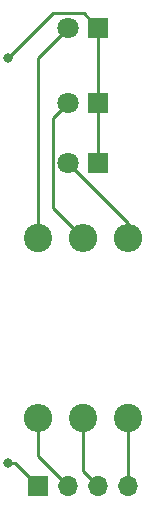
<source format=gbr>
%TF.GenerationSoftware,KiCad,Pcbnew,6.0.4-6f826c9f35~116~ubuntu20.04.1*%
%TF.CreationDate,2022-05-04T13:56:28-03:00*%
%TF.ProjectId,projeto1,70726f6a-6574-46f3-912e-6b696361645f,rev?*%
%TF.SameCoordinates,Original*%
%TF.FileFunction,Copper,L1,Top*%
%TF.FilePolarity,Positive*%
%FSLAX46Y46*%
G04 Gerber Fmt 4.6, Leading zero omitted, Abs format (unit mm)*
G04 Created by KiCad (PCBNEW 6.0.4-6f826c9f35~116~ubuntu20.04.1) date 2022-05-04 13:56:28*
%MOMM*%
%LPD*%
G01*
G04 APERTURE LIST*
%TA.AperFunction,ComponentPad*%
%ADD10O,2.400000X2.400000*%
%TD*%
%TA.AperFunction,ComponentPad*%
%ADD11C,2.400000*%
%TD*%
%TA.AperFunction,ComponentPad*%
%ADD12R,1.700000X1.700000*%
%TD*%
%TA.AperFunction,ComponentPad*%
%ADD13O,1.700000X1.700000*%
%TD*%
%TA.AperFunction,ComponentPad*%
%ADD14R,1.800000X1.800000*%
%TD*%
%TA.AperFunction,ComponentPad*%
%ADD15C,1.800000*%
%TD*%
%TA.AperFunction,ViaPad*%
%ADD16C,0.800000*%
%TD*%
%TA.AperFunction,Conductor*%
%ADD17C,0.250000*%
%TD*%
G04 APERTURE END LIST*
D10*
%TO.P,R3,2*%
%TO.N,Net-(D3-Pad2)*%
X166370000Y-72390000D03*
D11*
%TO.P,R3,1*%
%TO.N,Net-(J1-Pad4)*%
X166370000Y-87630000D03*
%TD*%
%TO.P,R2,1*%
%TO.N,Net-(R2-Pad1)*%
X162560000Y-87630000D03*
D10*
%TO.P,R2,2*%
%TO.N,Net-(R2-Pad2)*%
X162560000Y-72390000D03*
%TD*%
D11*
%TO.P,R1,1*%
%TO.N,Net-(D1-Pad2)*%
X158750000Y-72390000D03*
D10*
%TO.P,R1,2*%
%TO.N,Net-(R1-Pad2)*%
X158750000Y-87630000D03*
%TD*%
D12*
%TO.P,J1,1,Pin_1*%
%TO.N,GND*%
X158760000Y-93415000D03*
D13*
%TO.P,J1,2,Pin_2*%
%TO.N,Net-(R1-Pad2)*%
X161300000Y-93415000D03*
%TO.P,J1,3,Pin_3*%
%TO.N,Net-(R2-Pad1)*%
X163840000Y-93415000D03*
%TO.P,J1,4,Pin_4*%
%TO.N,Net-(J1-Pad4)*%
X166380000Y-93415000D03*
%TD*%
D14*
%TO.P,D3,1,K*%
%TO.N,GND*%
X163830000Y-66040000D03*
D15*
%TO.P,D3,2,A*%
%TO.N,Net-(D3-Pad2)*%
X161290000Y-66040000D03*
%TD*%
D14*
%TO.P,D2,1,K*%
%TO.N,GND*%
X163830000Y-60960000D03*
D15*
%TO.P,D2,2,A*%
%TO.N,Net-(R2-Pad2)*%
X161290000Y-60960000D03*
%TD*%
D14*
%TO.P,D1,1,K*%
%TO.N,GND*%
X163830000Y-54610000D03*
D15*
%TO.P,D1,2,A*%
%TO.N,Net-(D1-Pad2)*%
X161290000Y-54610000D03*
%TD*%
D16*
%TO.N,GND*%
X156210000Y-91440000D03*
X156210000Y-57150000D03*
%TD*%
D17*
%TO.N,GND*%
X158760000Y-93415000D02*
X156785000Y-91440000D01*
X156785000Y-91440000D02*
X156210000Y-91440000D01*
X163830000Y-54610000D02*
X162605489Y-53385489D01*
X162605489Y-53385489D02*
X159974511Y-53385489D01*
X159974511Y-53385489D02*
X156210000Y-57150000D01*
%TO.N,Net-(D1-Pad2)*%
X161290000Y-54610000D02*
X158750000Y-57150000D01*
X158750000Y-57150000D02*
X158750000Y-72390000D01*
%TO.N,Net-(R2-Pad2)*%
X161290000Y-60960000D02*
X160020000Y-62230000D01*
X160020000Y-62230000D02*
X160020000Y-69850000D01*
X160020000Y-69850000D02*
X162560000Y-72390000D01*
%TO.N,Net-(D3-Pad2)*%
X161290000Y-66040000D02*
X166370000Y-71120000D01*
X166370000Y-71120000D02*
X166370000Y-72390000D01*
%TO.N,GND*%
X163830000Y-60960000D02*
X163830000Y-54610000D01*
X163830000Y-66040000D02*
X163830000Y-60960000D01*
%TO.N,Net-(R1-Pad2)*%
X158750000Y-87630000D02*
X158750000Y-90865000D01*
X158750000Y-90865000D02*
X161300000Y-93415000D01*
%TO.N,Net-(R2-Pad1)*%
X162560000Y-87630000D02*
X162560000Y-92135000D01*
X162560000Y-92135000D02*
X163840000Y-93415000D01*
%TO.N,Net-(J1-Pad4)*%
X166370000Y-87630000D02*
X166370000Y-93405000D01*
X166370000Y-93405000D02*
X166380000Y-93415000D01*
%TD*%
M02*

</source>
